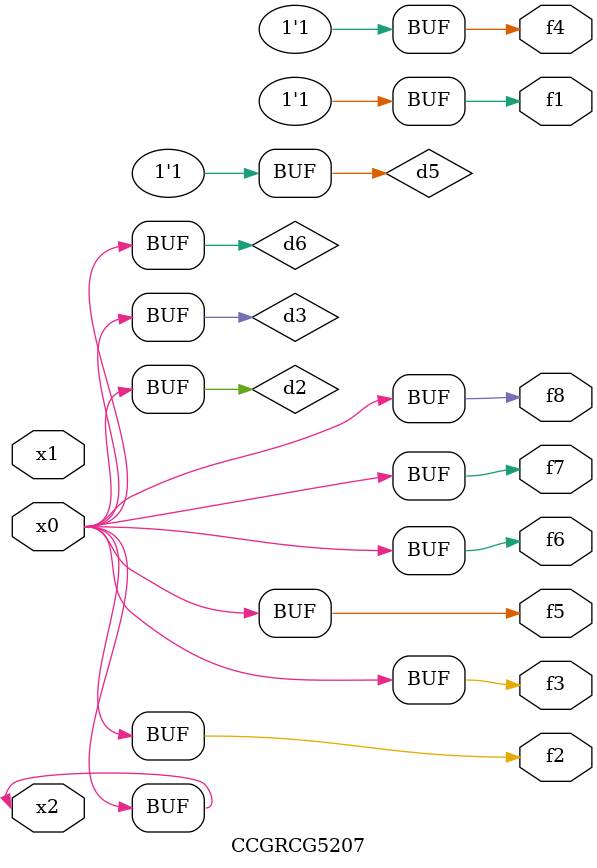
<source format=v>
module CCGRCG5207(
	input x0, x1, x2,
	output f1, f2, f3, f4, f5, f6, f7, f8
);

	wire d1, d2, d3, d4, d5, d6;

	xnor (d1, x2);
	buf (d2, x0, x2);
	and (d3, x0);
	xnor (d4, x1, x2);
	nand (d5, d1, d3);
	buf (d6, d2, d3);
	assign f1 = d5;
	assign f2 = d6;
	assign f3 = d6;
	assign f4 = d5;
	assign f5 = d6;
	assign f6 = d6;
	assign f7 = d6;
	assign f8 = d6;
endmodule

</source>
